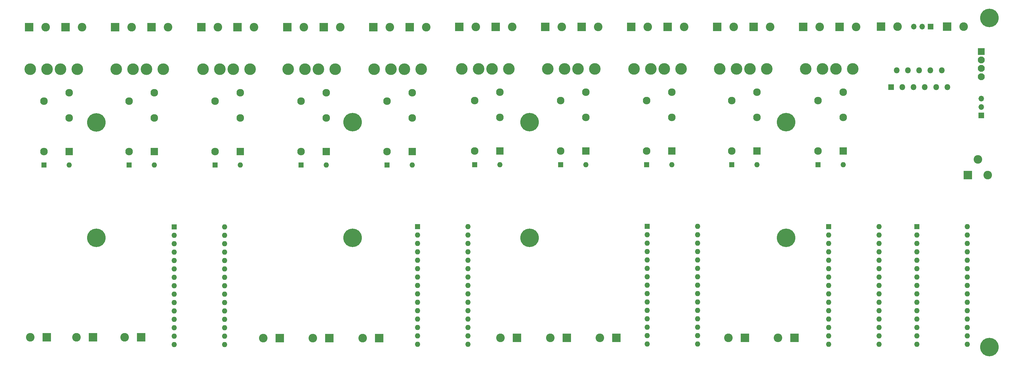
<source format=gbr>
%TF.GenerationSoftware,KiCad,Pcbnew,(6.0.4)*%
%TF.CreationDate,2023-03-07T14:55:24-05:00*%
%TF.ProjectId,Pyrolysis,5079726f-6c79-4736-9973-2e6b69636164,rev?*%
%TF.SameCoordinates,Original*%
%TF.FileFunction,Soldermask,Top*%
%TF.FilePolarity,Negative*%
%FSLAX46Y46*%
G04 Gerber Fmt 4.6, Leading zero omitted, Abs format (unit mm)*
G04 Created by KiCad (PCBNEW (6.0.4)) date 2023-03-07 14:55:24*
%MOMM*%
%LPD*%
G01*
G04 APERTURE LIST*
%ADD10R,2.600000X2.600000*%
%ADD11C,2.600000*%
%ADD12C,3.500000*%
%ADD13C,5.600000*%
%ADD14R,1.600000X1.600000*%
%ADD15O,1.600000X1.600000*%
%ADD16R,1.700000X1.700000*%
%ADD17O,1.700000X1.700000*%
%ADD18R,2.300000X2.300000*%
%ADD19C,2.300000*%
%ADD20R,2.100000X2.100000*%
%ADD21C,2.100000*%
%ADD22R,1.800000X1.800000*%
%ADD23O,1.800000X1.800000*%
G04 APERTURE END LIST*
D10*
%TO.C,J29*%
X364200000Y-277727500D03*
D11*
X359200000Y-277727500D03*
%TD*%
D12*
%TO.C,F7*%
X361700000Y-196405000D03*
X356620000Y-196405000D03*
X352560000Y-196405000D03*
X347480000Y-196405000D03*
%TD*%
D13*
%TO.C,*%
X445500000Y-212500000D03*
%TD*%
%TO.C,*%
X368000000Y-212500000D03*
%TD*%
D10*
%TO.C,J47*%
X424700000Y-183710000D03*
D11*
X429700000Y-183710000D03*
%TD*%
D10*
%TO.C,J28*%
X305700000Y-183805000D03*
D11*
X310700000Y-183805000D03*
%TD*%
D14*
%TO.C,A5*%
X403500000Y-244000000D03*
D15*
X403500000Y-246540000D03*
X403500000Y-249080000D03*
X403500000Y-251620000D03*
X403500000Y-254160000D03*
X403500000Y-256700000D03*
X403500000Y-259240000D03*
X403500000Y-261780000D03*
X403500000Y-264320000D03*
X403500000Y-266860000D03*
X403500000Y-269400000D03*
X403500000Y-271940000D03*
X403500000Y-274480000D03*
X403500000Y-277020000D03*
X403500000Y-279560000D03*
X418740000Y-279560000D03*
X418740000Y-277020000D03*
X418740000Y-274480000D03*
X418740000Y-271940000D03*
X418740000Y-269400000D03*
X418740000Y-266860000D03*
X418740000Y-264320000D03*
X418740000Y-261780000D03*
X418740000Y-259240000D03*
X418740000Y-256700000D03*
X418740000Y-254160000D03*
X418740000Y-251620000D03*
X418740000Y-249080000D03*
X418740000Y-246540000D03*
X418740000Y-244000000D03*
%TD*%
D10*
%TO.C,J26*%
X500500000Y-228500000D03*
D11*
X506500000Y-228500000D03*
X503500000Y-223800000D03*
%TD*%
D10*
%TO.C,J33*%
X331700000Y-183805000D03*
D11*
X336700000Y-183805000D03*
%TD*%
D10*
%TO.C,J4*%
X450700000Y-183710000D03*
D11*
X455700000Y-183710000D03*
%TD*%
D14*
%TO.C,D8*%
X377390000Y-225405000D03*
D15*
X385010000Y-225405000D03*
%TD*%
D13*
%TO.C,H4*%
X507000000Y-181000000D03*
%TD*%
D10*
%TO.C,J41*%
X379200000Y-277727500D03*
D11*
X374200000Y-277727500D03*
%TD*%
D10*
%TO.C,J7*%
X461700000Y-183710000D03*
D11*
X466700000Y-183710000D03*
%TD*%
D14*
%TO.C,A3*%
X485090000Y-244105000D03*
D15*
X485090000Y-246645000D03*
X485090000Y-249185000D03*
X485090000Y-251725000D03*
X485090000Y-254265000D03*
X485090000Y-256805000D03*
X485090000Y-259345000D03*
X485090000Y-261885000D03*
X485090000Y-264425000D03*
X485090000Y-266965000D03*
X485090000Y-269505000D03*
X485090000Y-272045000D03*
X485090000Y-274585000D03*
X485090000Y-277125000D03*
X485090000Y-279665000D03*
X500330000Y-279665000D03*
X500330000Y-277125000D03*
X500330000Y-274585000D03*
X500330000Y-272045000D03*
X500330000Y-269505000D03*
X500330000Y-266965000D03*
X500330000Y-264425000D03*
X500330000Y-261885000D03*
X500330000Y-259345000D03*
X500330000Y-256805000D03*
X500330000Y-254265000D03*
X500330000Y-251725000D03*
X500330000Y-249185000D03*
X500330000Y-246645000D03*
X500330000Y-244105000D03*
%TD*%
D10*
%TO.C,J34*%
X322468315Y-277766676D03*
D11*
X317468315Y-277766676D03*
%TD*%
D16*
%TO.C,J8*%
X489240000Y-183660000D03*
D17*
X486700000Y-183660000D03*
X484160000Y-183660000D03*
%TD*%
D14*
%TO.C,D4*%
X272890000Y-225500000D03*
D15*
X280510000Y-225500000D03*
%TD*%
D10*
%TO.C,J6*%
X227700000Y-183805000D03*
D11*
X232700000Y-183805000D03*
%TD*%
D13*
%TO.C,*%
X445500000Y-247500000D03*
%TD*%
%TO.C,H3*%
X237000000Y-247500000D03*
%TD*%
D10*
%TO.C,J45*%
X394200000Y-277727500D03*
D11*
X389200000Y-277727500D03*
%TD*%
D18*
%TO.C,K9*%
X411000000Y-221280000D03*
D19*
X411000000Y-211120000D03*
X411000000Y-203500000D03*
X403380000Y-206040000D03*
X403380000Y-221280000D03*
%TD*%
D16*
%TO.C,J13*%
X504500000Y-210525000D03*
D17*
X504500000Y-207985000D03*
X504500000Y-205445000D03*
%TD*%
D14*
%TO.C,A4*%
X334108315Y-244105000D03*
D15*
X334108315Y-246645000D03*
X334108315Y-249185000D03*
X334108315Y-251725000D03*
X334108315Y-254265000D03*
X334108315Y-256805000D03*
X334108315Y-259345000D03*
X334108315Y-261885000D03*
X334108315Y-264425000D03*
X334108315Y-266965000D03*
X334108315Y-269505000D03*
X334108315Y-272045000D03*
X334108315Y-274585000D03*
X334108315Y-277125000D03*
X334108315Y-279665000D03*
X349348315Y-279665000D03*
X349348315Y-277125000D03*
X349348315Y-274585000D03*
X349348315Y-272045000D03*
X349348315Y-269505000D03*
X349348315Y-266965000D03*
X349348315Y-264425000D03*
X349348315Y-261885000D03*
X349348315Y-259345000D03*
X349348315Y-256805000D03*
X349348315Y-254265000D03*
X349348315Y-251725000D03*
X349348315Y-249185000D03*
X349348315Y-246645000D03*
X349348315Y-244105000D03*
%TD*%
D10*
%TO.C,J48*%
X435700000Y-183710000D03*
D11*
X440700000Y-183710000D03*
%TD*%
D20*
%TO.C,J10*%
X504500000Y-191185000D03*
D21*
X504500000Y-193725000D03*
X504500000Y-196265000D03*
X504500000Y-198805000D03*
%TD*%
D18*
%TO.C,K2*%
X462825000Y-221280000D03*
D19*
X462825000Y-211120000D03*
X462825000Y-203500000D03*
X455205000Y-206040000D03*
X455205000Y-221280000D03*
%TD*%
D14*
%TO.C,D9*%
X403390000Y-225405000D03*
D15*
X411010000Y-225405000D03*
%TD*%
D12*
%TO.C,F6*%
X335200000Y-196500000D03*
X330120000Y-196500000D03*
X320980000Y-196500000D03*
X326060000Y-196500000D03*
%TD*%
D10*
%TO.C,J37*%
X357700000Y-183710000D03*
D11*
X362700000Y-183710000D03*
%TD*%
D14*
%TO.C,D10*%
X429140000Y-225405000D03*
D15*
X436760000Y-225405000D03*
%TD*%
D10*
%TO.C,J17*%
X250500000Y-277572500D03*
D11*
X245500000Y-277572500D03*
%TD*%
D13*
%TO.C,*%
X314500000Y-212500000D03*
%TD*%
D22*
%TO.C,U24*%
X477270000Y-201915000D03*
D23*
X478970000Y-196835000D03*
X480670000Y-201915000D03*
X482370000Y-196835000D03*
X484070000Y-201915000D03*
X485770000Y-196835000D03*
X487470000Y-201915000D03*
X489170000Y-196835000D03*
X490870000Y-201915000D03*
X492570000Y-196835000D03*
X494270000Y-201915000D03*
%TD*%
D10*
%TO.C,J22*%
X279700000Y-183805000D03*
D11*
X284700000Y-183805000D03*
%TD*%
D13*
%TO.C,*%
X507000000Y-280500000D03*
%TD*%
D10*
%TO.C,J39*%
X372700000Y-183710000D03*
D11*
X377700000Y-183710000D03*
%TD*%
D10*
%TO.C,J1*%
X222000000Y-277572500D03*
D11*
X217000000Y-277572500D03*
%TD*%
D14*
%TO.C,D6*%
X324890000Y-225500000D03*
D15*
X332510000Y-225500000D03*
%TD*%
D14*
%TO.C,D2*%
X455190000Y-225405000D03*
D15*
X462810000Y-225405000D03*
%TD*%
D18*
%TO.C,K1*%
X228750000Y-221375000D03*
D19*
X228750000Y-211215000D03*
X228750000Y-203595000D03*
X221130000Y-206135000D03*
X221130000Y-221375000D03*
%TD*%
D10*
%TO.C,J44*%
X409700000Y-183710000D03*
D11*
X414700000Y-183710000D03*
%TD*%
D18*
%TO.C,K3*%
X254500000Y-221375000D03*
D19*
X254500000Y-211215000D03*
X254500000Y-203595000D03*
X246880000Y-206135000D03*
X246880000Y-221375000D03*
%TD*%
D10*
%TO.C,J27*%
X294700000Y-183805000D03*
D11*
X299700000Y-183805000D03*
%TD*%
D10*
%TO.C,J9*%
X236000000Y-277572500D03*
D11*
X231000000Y-277572500D03*
%TD*%
D18*
%TO.C,K4*%
X280500000Y-221375000D03*
D19*
X280500000Y-211215000D03*
X280500000Y-203595000D03*
X272880000Y-206135000D03*
X272880000Y-221375000D03*
%TD*%
D13*
%TO.C,*%
X368000000Y-247500000D03*
%TD*%
D10*
%TO.C,J43*%
X398700000Y-183710000D03*
D11*
X403700000Y-183710000D03*
%TD*%
D14*
%TO.C,A2*%
X260500000Y-244155000D03*
D15*
X260500000Y-246695000D03*
X260500000Y-249235000D03*
X260500000Y-251775000D03*
X260500000Y-254315000D03*
X260500000Y-256855000D03*
X260500000Y-259395000D03*
X260500000Y-261935000D03*
X260500000Y-264475000D03*
X260500000Y-267015000D03*
X260500000Y-269555000D03*
X260500000Y-272095000D03*
X260500000Y-274635000D03*
X260500000Y-277175000D03*
X260500000Y-279715000D03*
X275740000Y-279715000D03*
X275740000Y-277175000D03*
X275740000Y-274635000D03*
X275740000Y-272095000D03*
X275740000Y-269555000D03*
X275740000Y-267015000D03*
X275740000Y-264475000D03*
X275740000Y-261935000D03*
X275740000Y-259395000D03*
X275740000Y-256855000D03*
X275740000Y-254315000D03*
X275740000Y-251775000D03*
X275740000Y-249235000D03*
X275740000Y-246695000D03*
X275740000Y-244155000D03*
%TD*%
D14*
%TO.C,D7*%
X351390000Y-225405000D03*
D15*
X359010000Y-225405000D03*
%TD*%
D18*
%TO.C,K5*%
X306500000Y-221375000D03*
D19*
X306500000Y-211215000D03*
X306500000Y-203595000D03*
X298880000Y-206135000D03*
X298880000Y-221375000D03*
%TD*%
D10*
%TO.C,J15*%
X242700000Y-183805000D03*
D11*
X247700000Y-183805000D03*
%TD*%
D10*
%TO.C,J5*%
X216700000Y-183805000D03*
D11*
X221700000Y-183805000D03*
%TD*%
D18*
%TO.C,K8*%
X385000000Y-221280000D03*
D19*
X385000000Y-211120000D03*
X385000000Y-203500000D03*
X377380000Y-206040000D03*
X377380000Y-221280000D03*
%TD*%
D10*
%TO.C,J12*%
X474200000Y-183655000D03*
D11*
X479200000Y-183655000D03*
%TD*%
D12*
%TO.C,F3*%
X257250000Y-196550000D03*
X252170000Y-196550000D03*
X248110000Y-196550000D03*
X243030000Y-196550000D03*
%TD*%
D10*
%TO.C,J21*%
X268700000Y-183805000D03*
D11*
X273700000Y-183805000D03*
%TD*%
D10*
%TO.C,J40*%
X383700000Y-183710000D03*
D11*
X388700000Y-183710000D03*
%TD*%
D14*
%TO.C,D1*%
X221140000Y-225500000D03*
D15*
X228760000Y-225500000D03*
%TD*%
D10*
%TO.C,J11*%
X494200000Y-183660000D03*
D11*
X499200000Y-183660000D03*
%TD*%
D12*
%TO.C,F5*%
X304120000Y-196500000D03*
X309200000Y-196500000D03*
X294980000Y-196500000D03*
X300060000Y-196500000D03*
%TD*%
D10*
%TO.C,J2*%
X433075000Y-277727500D03*
D11*
X428075000Y-277727500D03*
%TD*%
D10*
%TO.C,J3*%
X448075000Y-277727500D03*
D11*
X443075000Y-277727500D03*
%TD*%
D10*
%TO.C,J16*%
X253700000Y-183805000D03*
D11*
X258700000Y-183805000D03*
%TD*%
D12*
%TO.C,F4*%
X283500000Y-196500000D03*
X278420000Y-196500000D03*
X274360000Y-196500000D03*
X269280000Y-196500000D03*
%TD*%
%TO.C,F8*%
X387700000Y-196405000D03*
X382620000Y-196405000D03*
X373480000Y-196405000D03*
X378560000Y-196405000D03*
%TD*%
D14*
%TO.C,D5*%
X298890000Y-225500000D03*
D15*
X306510000Y-225500000D03*
%TD*%
D10*
%TO.C,J36*%
X346700000Y-183710000D03*
D11*
X351700000Y-183710000D03*
%TD*%
D14*
%TO.C,A1*%
X458420000Y-244105000D03*
D15*
X458420000Y-246645000D03*
X458420000Y-249185000D03*
X458420000Y-251725000D03*
X458420000Y-254265000D03*
X458420000Y-256805000D03*
X458420000Y-259345000D03*
X458420000Y-261885000D03*
X458420000Y-264425000D03*
X458420000Y-266965000D03*
X458420000Y-269505000D03*
X458420000Y-272045000D03*
X458420000Y-274585000D03*
X458420000Y-277125000D03*
X458420000Y-279665000D03*
X473660000Y-279665000D03*
X473660000Y-277125000D03*
X473660000Y-274585000D03*
X473660000Y-272045000D03*
X473660000Y-269505000D03*
X473660000Y-266965000D03*
X473660000Y-264425000D03*
X473660000Y-261885000D03*
X473660000Y-259345000D03*
X473660000Y-256805000D03*
X473660000Y-254265000D03*
X473660000Y-251725000D03*
X473660000Y-249185000D03*
X473660000Y-246645000D03*
X473660000Y-244105000D03*
%TD*%
D10*
%TO.C,J32*%
X320700000Y-183805000D03*
D11*
X325700000Y-183805000D03*
%TD*%
D12*
%TO.C,F9*%
X408700000Y-196405000D03*
X413780000Y-196405000D03*
X404640000Y-196405000D03*
X399560000Y-196405000D03*
%TD*%
D18*
%TO.C,K10*%
X436700000Y-221280000D03*
D19*
X436700000Y-211120000D03*
X436700000Y-203500000D03*
X429080000Y-206040000D03*
X429080000Y-221280000D03*
%TD*%
D18*
%TO.C,K7*%
X359000000Y-221280000D03*
D19*
X359000000Y-211120000D03*
X359000000Y-203500000D03*
X351380000Y-206040000D03*
X351380000Y-221280000D03*
%TD*%
D10*
%TO.C,J23*%
X292468315Y-277766676D03*
D11*
X287468315Y-277766676D03*
%TD*%
D12*
%TO.C,F1*%
X226120000Y-196500000D03*
X231200000Y-196500000D03*
X216980000Y-196500000D03*
X222060000Y-196500000D03*
%TD*%
%TO.C,F10*%
X434620000Y-196405000D03*
X439700000Y-196405000D03*
X430560000Y-196405000D03*
X425480000Y-196405000D03*
%TD*%
%TO.C,F2*%
X460570000Y-196405000D03*
X465650000Y-196405000D03*
X451430000Y-196405000D03*
X456510000Y-196405000D03*
%TD*%
D13*
%TO.C,*%
X314500000Y-247500000D03*
%TD*%
D18*
%TO.C,K6*%
X332500000Y-221375000D03*
D19*
X332500000Y-211215000D03*
X332500000Y-203595000D03*
X324880000Y-206135000D03*
X324880000Y-221375000D03*
%TD*%
D13*
%TO.C,H1*%
X237000000Y-212595000D03*
%TD*%
D10*
%TO.C,J30*%
X307468315Y-277766676D03*
D11*
X302468315Y-277766676D03*
%TD*%
D14*
%TO.C,D3*%
X246890000Y-225500000D03*
D15*
X254510000Y-225500000D03*
%TD*%
M02*

</source>
